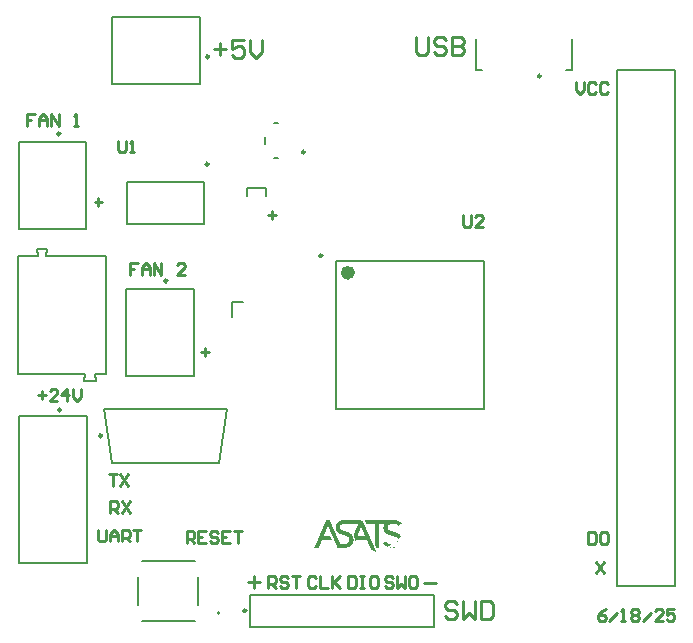
<source format=gbr>
%TF.GenerationSoftware,Altium Limited,Altium Designer,25.5.2 (35)*%
G04 Layer_Color=65535*
%FSLAX45Y45*%
%MOMM*%
%TF.SameCoordinates,99CC5E96-0F24-47E5-947C-7A4A978C6F15*%
%TF.FilePolarity,Positive*%
%TF.FileFunction,Legend,Top*%
%TF.Part,Single*%
G01*
G75*
%TA.AperFunction,NonConductor*%
%ADD49C,0.60000*%
%ADD50C,0.25000*%
%ADD51C,0.20000*%
%ADD52C,0.12700*%
%ADD53C,0.25400*%
G36*
X9208984Y6475117D02*
X9219141D01*
Y6474102D01*
X9224219D01*
Y6473086D01*
X9228281D01*
Y6472070D01*
X9231328D01*
Y6471055D01*
X9233359D01*
Y6470039D01*
X9236406D01*
Y6469023D01*
X9238437D01*
Y6468008D01*
X9240469D01*
Y6466992D01*
X9242500D01*
Y6465976D01*
X9244531D01*
Y6464961D01*
X9245547D01*
Y6463945D01*
X9247578D01*
Y6462930D01*
X9248594D01*
Y6461914D01*
X9250625D01*
Y6460898D01*
X9251641D01*
Y6459883D01*
X9252656D01*
Y6458867D01*
X9254687D01*
Y6457851D01*
X9255703D01*
Y6456836D01*
X9256719D01*
Y6455820D01*
X9257734D01*
Y6454805D01*
X9258750D01*
Y6453789D01*
X9259766D01*
Y6452773D01*
X9260781D01*
Y6451758D01*
X9261797D01*
Y6450742D01*
X9262813D01*
Y6448711D01*
X9263828D01*
Y6447695D01*
X9264844D01*
Y6446680D01*
X9263828D01*
Y6445664D01*
X9262813D01*
Y6444648D01*
X9260781D01*
Y6443633D01*
X9259766D01*
Y6442617D01*
X9258750D01*
Y6441602D01*
X9257734D01*
Y6440586D01*
X9255703D01*
Y6439570D01*
X9254687D01*
Y6438555D01*
X9253672D01*
Y6437539D01*
X9251641D01*
Y6436523D01*
X9250625D01*
Y6435508D01*
X9249609D01*
Y6434492D01*
X9248594D01*
Y6433477D01*
X9246562D01*
Y6432461D01*
X9245547D01*
Y6431445D01*
X9244531D01*
Y6430430D01*
X9242500D01*
Y6429414D01*
X9241484D01*
Y6428398D01*
X9240469D01*
Y6427383D01*
X9238437D01*
Y6428398D01*
X9237422D01*
Y6429414D01*
X9236406D01*
Y6430430D01*
X9235390D01*
Y6431445D01*
X9234375D01*
Y6432461D01*
X9233359D01*
Y6433477D01*
X9232344D01*
Y6434492D01*
X9231328D01*
Y6435508D01*
X9229297D01*
Y6436523D01*
X9228281D01*
Y6437539D01*
X9226250D01*
Y6438555D01*
X9224219D01*
Y6439570D01*
X9221172D01*
Y6440586D01*
X9218125D01*
Y6441602D01*
X9213047D01*
Y6442617D01*
X9174453D01*
Y6441602D01*
X9169375D01*
Y6440586D01*
X9166328D01*
Y6439570D01*
X9164297D01*
Y6438555D01*
X9162266D01*
Y6437539D01*
X9160234D01*
Y6436523D01*
X9159219D01*
Y6435508D01*
X9158203D01*
Y6434492D01*
X9157187D01*
Y6433477D01*
X9156172D01*
Y6432461D01*
X9155156D01*
Y6431445D01*
X9154141D01*
Y6430430D01*
X9153125D01*
Y6428398D01*
X9152109D01*
Y6427383D01*
X9151094D01*
Y6424336D01*
X9150078D01*
Y6422305D01*
X9149062D01*
Y6418242D01*
X9148047D01*
Y6404024D01*
X9149062D01*
Y6400977D01*
X9150078D01*
Y6398945D01*
X9151094D01*
Y6397930D01*
X9152109D01*
Y6395898D01*
X9153125D01*
Y6394883D01*
X9154141D01*
Y6393867D01*
X9156172D01*
Y6392852D01*
X9157187D01*
Y6391836D01*
X9158203D01*
Y6390820D01*
X9160234D01*
Y6389805D01*
X9162266D01*
Y6388789D01*
X9164297D01*
Y6387773D01*
X9167344D01*
Y6386758D01*
X9170391D01*
Y6385742D01*
X9173438D01*
Y6384727D01*
X9176484D01*
Y6383711D01*
X9179531D01*
Y6382695D01*
X9182578D01*
Y6381680D01*
X9185625D01*
Y6380664D01*
X9188672D01*
Y6379648D01*
X9192734D01*
Y6378633D01*
X9195781D01*
Y6377617D01*
X9198828D01*
Y6376601D01*
X9201875D01*
Y6375586D01*
X9204922D01*
Y6374570D01*
X9207969D01*
Y6373555D01*
X9211016D01*
Y6372539D01*
X9214063D01*
Y6371523D01*
X9217109D01*
Y6370508D01*
X9220156D01*
Y6369492D01*
X9223203D01*
Y6368476D01*
X9225234D01*
Y6367461D01*
X9228281D01*
Y6366445D01*
X9231328D01*
Y6365430D01*
X9233359D01*
Y6364414D01*
X9235390D01*
Y6363398D01*
X9237422D01*
Y6362383D01*
X9239453D01*
Y6361367D01*
X9241484D01*
Y6360352D01*
X9242500D01*
Y6359336D01*
X9244531D01*
Y6358320D01*
X9246562D01*
Y6357305D01*
X9247578D01*
Y6356289D01*
X9248594D01*
Y6355273D01*
X9249609D01*
Y6354258D01*
X9251641D01*
Y6353242D01*
X9252656D01*
Y6352227D01*
X9253672D01*
Y6351211D01*
X9254687D01*
Y6350195D01*
X9255703D01*
Y6348164D01*
X9256719D01*
Y6347148D01*
D01*
D01*
X9257734D01*
Y6346133D01*
X9258750D01*
Y6345117D01*
X9259766D01*
Y6343086D01*
X9260781D01*
Y6342070D01*
X9261797D01*
Y6340039D01*
X9262813D01*
Y6338008D01*
X9263828D01*
Y6335976D01*
X9264844D01*
Y6332930D01*
X9265859D01*
Y6329883D01*
X9266875D01*
Y6326836D01*
X9267891D01*
Y6320742D01*
X9268906D01*
Y6304492D01*
X9267891D01*
Y6298398D01*
X9266875D01*
Y6293320D01*
X9265859D01*
Y6290273D01*
X9264844D01*
Y6287226D01*
X9263828D01*
Y6285195D01*
X9262813D01*
Y6288242D01*
X9263828D01*
Y6291289D01*
X9264844D01*
Y6294336D01*
X9265859D01*
Y6299414D01*
X9266875D01*
Y6305508D01*
X9267891D01*
Y6318711D01*
X9266875D01*
Y6324805D01*
X9265859D01*
Y6328867D01*
X9264844D01*
Y6331914D01*
X9263828D01*
Y6329883D01*
X9261797D01*
Y6330898D01*
X9262813D01*
Y6331914D01*
X9261797D01*
Y6332930D01*
X9260781D01*
Y6333945D01*
X9262813D01*
Y6332930D01*
X9263828D01*
Y6334961D01*
X9262813D01*
Y6336992D01*
X9261797D01*
Y6339023D01*
X9260781D01*
Y6336992D01*
X9261797D01*
Y6334961D01*
X9259766D01*
Y6332930D01*
X9257734D01*
Y6331914D01*
X9254687D01*
Y6330898D01*
X9253672D01*
Y6329883D01*
X9252656D01*
Y6330898D01*
X9251641D01*
Y6329883D01*
X9252656D01*
Y6328867D01*
X9255703D01*
Y6326836D01*
X9256719D01*
Y6325820D01*
X9255703D01*
Y6326836D01*
X9253672D01*
Y6325820D01*
X9252656D01*
Y6326836D01*
X9251641D01*
Y6327851D01*
X9249609D01*
Y6324805D01*
X9248594D01*
Y6323789D01*
X9247578D01*
Y6322773D01*
X9246562D01*
Y6321758D01*
X9243516D01*
Y6316680D01*
X9242500D01*
Y6317695D01*
X9241484D01*
Y6316680D01*
X9242500D01*
Y6314648D01*
X9241484D01*
Y6315664D01*
X9240469D01*
Y6314648D01*
X9239453D01*
Y6315664D01*
X9238437D01*
Y6314648D01*
X9239453D01*
Y6313633D01*
X9238437D01*
Y6314648D01*
X9237422D01*
Y6313633D01*
X9238437D01*
Y6310586D01*
X9237422D01*
Y6308555D01*
X9236406D01*
Y6315664D01*
X9235390D01*
Y6318711D01*
X9234375D01*
Y6315664D01*
X9235390D01*
Y6304492D01*
X9237422D01*
Y6305508D01*
X9236406D01*
Y6307539D01*
X9237422D01*
Y6306523D01*
X9238437D01*
Y6303477D01*
X9236406D01*
Y6301445D01*
X9235390D01*
Y6304492D01*
X9234375D01*
Y6300430D01*
X9233359D01*
Y6297383D01*
X9232344D01*
Y6295351D01*
X9231328D01*
Y6293320D01*
X9230313D01*
Y6292305D01*
X9229297D01*
Y6294336D01*
X9230313D01*
Y6296367D01*
X9231328D01*
Y6298398D01*
X9232344D01*
Y6301445D01*
X9233359D01*
Y6307539D01*
X9234375D01*
Y6313633D01*
X9233359D01*
Y6317695D01*
X9232344D01*
Y6320742D01*
X9231328D01*
Y6322773D01*
X9230313D01*
Y6323789D01*
X9229297D01*
Y6325820D01*
X9228281D01*
Y6326836D01*
X9227266D01*
Y6327851D01*
X9225234D01*
Y6328867D01*
X9224219D01*
Y6329883D01*
X9222188D01*
Y6330898D01*
X9221172D01*
Y6331914D01*
X9218125D01*
Y6332930D01*
X9216094D01*
Y6333945D01*
X9213047D01*
Y6334961D01*
X9210000D01*
Y6335976D01*
X9206953D01*
Y6336992D01*
X9203906D01*
Y6338008D01*
X9200859D01*
Y6339023D01*
X9197812D01*
Y6340039D01*
X9194766D01*
Y6341055D01*
X9191719D01*
Y6342070D01*
X9188672D01*
Y6343086D01*
X9185625D01*
Y6344102D01*
X9182578D01*
Y6345117D01*
X9179531D01*
Y6346133D01*
X9175469D01*
Y6347148D01*
X9172422D01*
Y6348164D01*
X9169375D01*
Y6349180D01*
X9167344D01*
Y6350195D01*
X9164297D01*
Y6351211D01*
X9161250D01*
Y6352227D01*
X9158203D01*
Y6353242D01*
X9156172D01*
Y6354258D01*
X9153125D01*
Y6355273D01*
X9151094D01*
Y6356289D01*
X9148047D01*
Y6357305D01*
X9146015D01*
Y6358320D01*
X9143984D01*
Y6359336D01*
X9141953D01*
Y6360352D01*
X9140938D01*
Y6361367D01*
X9138906D01*
Y6362383D01*
X9136875D01*
Y6363398D01*
X9135859D01*
Y6364414D01*
X9133828D01*
Y6365430D01*
X9132813D01*
Y6366445D01*
X9130781D01*
Y6367461D01*
X9129766D01*
Y6368476D01*
X9128750D01*
Y6369492D01*
X9127734D01*
Y6370508D01*
X9126719D01*
Y6371523D01*
X9125703D01*
Y6372539D01*
X9124687D01*
Y6373555D01*
X9123672D01*
Y6374570D01*
X9122656D01*
Y6375586D01*
X9121641D01*
Y6377617D01*
X9120625D01*
Y6378633D01*
X9119609D01*
Y6380664D01*
X9118594D01*
Y6381680D01*
X9117578D01*
Y6383711D01*
X9116562D01*
Y6385742D01*
X9115547D01*
Y6388789D01*
X9114531D01*
Y6390820D01*
X9113516D01*
Y6394883D01*
X9112500D01*
Y6400977D01*
X9111484D01*
Y6417226D01*
X9112500D01*
Y6423320D01*
X9113516D01*
Y6428398D01*
X9114531D01*
Y6431445D01*
X9115547D01*
Y6434492D01*
X9116562D01*
Y6437539D01*
X9117578D01*
Y6439570D01*
X9118594D01*
Y6441602D01*
X9071875D01*
Y6242539D01*
X9049531D01*
Y6245586D01*
X9048516D01*
Y6247617D01*
X9047500D01*
Y6249648D01*
X9046484D01*
Y6251680D01*
X9045469D01*
Y6253711D01*
X9044453D01*
Y6255742D01*
X9043438D01*
Y6257773D01*
X9042422D01*
Y6260820D01*
X9041406D01*
Y6262852D01*
X9040391D01*
Y6265898D01*
X9039375D01*
Y6269961D01*
X9038359D01*
Y6275039D01*
X9037344D01*
Y6303477D01*
Y6304492D01*
Y6441602D01*
X8967266D01*
Y6443633D01*
X8966250D01*
Y6445664D01*
X8965234D01*
Y6447695D01*
X8964219D01*
Y6449726D01*
X8963203D01*
Y6451758D01*
X8962188D01*
Y6453789D01*
X8961172D01*
Y6455820D01*
X8960156D01*
Y6457851D01*
X8959141D01*
Y6459883D01*
X8958125D01*
Y6462930D01*
X8957109D01*
Y6464961D01*
X8956094D01*
Y6466992D01*
X8955078D01*
Y6469023D01*
X8954063D01*
Y6470039D01*
X8953047D01*
Y6472070D01*
X8952031D01*
Y6474102D01*
X8951016D01*
Y6475117D01*
X8950000D01*
Y6476133D01*
X9208984D01*
Y6475117D01*
D02*
G37*
G36*
X9260781Y6330898D02*
X9258750D01*
Y6331914D01*
X9260781D01*
Y6330898D01*
D02*
G37*
G36*
X9256719Y6329883D02*
X9255703D01*
Y6330898D01*
X9256719D01*
Y6329883D01*
D02*
G37*
G36*
X9264844Y6327851D02*
Y6326836D01*
X9262813D01*
Y6327851D01*
X9263828D01*
Y6328867D01*
X9264844D01*
Y6327851D01*
D02*
G37*
G36*
X9251641Y6325820D02*
Y6324805D01*
Y6322773D01*
X9250625D01*
Y6326836D01*
X9251641D01*
Y6325820D01*
D02*
G37*
G36*
X9265859Y6321758D02*
X9264844D01*
Y6322773D01*
X9265859D01*
Y6321758D01*
D02*
G37*
G36*
X9250625D02*
X9249609D01*
Y6322773D01*
X9250625D01*
Y6321758D01*
D02*
G37*
G36*
X9249609Y6320742D02*
X9248594D01*
Y6321758D01*
X9249609D01*
Y6320742D01*
D02*
G37*
G36*
X9247578Y6319727D02*
X9246562D01*
Y6318711D01*
X9245547D01*
Y6319727D01*
X9244531D01*
Y6320742D01*
X9247578D01*
Y6319727D01*
D02*
G37*
G36*
X9249609Y6317695D02*
X9248594D01*
Y6318711D01*
X9249609D01*
Y6317695D01*
D02*
G37*
G36*
X9247578Y6316680D02*
X9246562D01*
Y6317695D01*
X9247578D01*
Y6316680D01*
D02*
G37*
G36*
X9240469Y6307539D02*
X9239453D01*
Y6308555D01*
X9240469D01*
Y6307539D01*
D02*
G37*
G36*
X9229297Y6290273D02*
X9228281D01*
Y6289258D01*
X9227266D01*
Y6288242D01*
X9226250D01*
Y6290273D01*
X9227266D01*
Y6291289D01*
X9228281D01*
Y6292305D01*
X9229297D01*
Y6290273D01*
D02*
G37*
G36*
X9226250Y6287226D02*
X9225234D01*
Y6288242D01*
X9226250D01*
Y6287226D01*
D02*
G37*
G36*
X9225234Y6286211D02*
X9224219D01*
Y6287226D01*
X9225234D01*
Y6286211D01*
D02*
G37*
G36*
X9262813Y6283164D02*
X9261797D01*
Y6285195D01*
X9262813D01*
Y6283164D01*
D02*
G37*
G36*
X9261797Y6281133D02*
X9260781D01*
Y6283164D01*
X9261797D01*
Y6281133D01*
D02*
G37*
G36*
X9224219Y6285195D02*
X9223203D01*
Y6284180D01*
X9222188D01*
Y6283164D01*
X9221172D01*
Y6282148D01*
X9219141D01*
Y6281133D01*
X9220156D01*
Y6280117D01*
X9219141D01*
Y6281133D01*
X9217109D01*
Y6282148D01*
X9218125D01*
Y6283164D01*
X9220156D01*
Y6284180D01*
X9221172D01*
Y6285195D01*
X9222188D01*
Y6286211D01*
X9224219D01*
Y6285195D01*
D02*
G37*
G36*
X9217109Y6280117D02*
X9215078D01*
Y6281133D01*
X9217109D01*
Y6280117D01*
D02*
G37*
G36*
X9260781Y6279101D02*
X9259766D01*
Y6281133D01*
X9260781D01*
Y6279101D01*
D02*
G37*
G36*
X9215078D02*
X9213047D01*
Y6280117D01*
X9215078D01*
Y6279101D01*
D02*
G37*
G36*
X8915469Y6475117D02*
X8920547D01*
Y6474102D01*
X8923594D01*
Y6473086D01*
X8925625D01*
Y6472070D01*
X8927656D01*
Y6471055D01*
X8928672D01*
Y6470039D01*
X8930703D01*
Y6469023D01*
X8931719D01*
Y6468008D01*
X8932734D01*
Y6466992D01*
X8933750D01*
Y6465976D01*
X8934766D01*
Y6464961D01*
X8935781D01*
Y6463945D01*
X8936797D01*
Y6462930D01*
X8937812D01*
Y6461914D01*
X8938828D01*
Y6460898D01*
X8939844D01*
Y6458867D01*
X8940859D01*
Y6456836D01*
X8941875D01*
Y6454805D01*
X8942891D01*
Y6452773D01*
X8943906D01*
Y6450742D01*
X8944922D01*
Y6447695D01*
X8945937D01*
Y6445664D01*
X8946953D01*
Y6443633D01*
X8947969D01*
Y6441602D01*
X8948984D01*
Y6438555D01*
X8950000D01*
Y6436523D01*
X8951016D01*
Y6434492D01*
X8952031D01*
Y6432461D01*
X8953047D01*
Y6429414D01*
X8954063D01*
Y6427383D01*
X8955078D01*
Y6425351D01*
X8956094D01*
Y6422305D01*
X8957109D01*
Y6420273D01*
X8958125D01*
Y6418242D01*
X8959141D01*
Y6416211D01*
X8960156D01*
Y6413164D01*
X8961172D01*
Y6411133D01*
X8962188D01*
Y6409101D01*
X8963203D01*
Y6407070D01*
X8964219D01*
Y6404024D01*
X8965234D01*
Y6401992D01*
X8966250D01*
Y6399961D01*
X8967266D01*
Y6397930D01*
X8968281D01*
Y6394883D01*
X8969297D01*
Y6392852D01*
X8970313D01*
Y6390820D01*
X8971328D01*
Y6388789D01*
X8972344D01*
Y6385742D01*
X8973359D01*
Y6383711D01*
X8974375D01*
Y6381680D01*
X8975390D01*
Y6379648D01*
X8976406D01*
Y6376601D01*
X8977422D01*
Y6374570D01*
X8978437D01*
Y6372539D01*
X8979453D01*
Y6370508D01*
X8980469D01*
Y6367461D01*
X8981484D01*
Y6365430D01*
X8982500D01*
Y6363398D01*
X8983516D01*
Y6360352D01*
X8984531D01*
Y6358320D01*
X8985547D01*
Y6356289D01*
X8986562D01*
Y6354258D01*
X8987578D01*
Y6352227D01*
X8988594D01*
Y6349180D01*
X8989609D01*
Y6347148D01*
X8990625D01*
Y6345117D01*
X8991641D01*
Y6342070D01*
X8992656D01*
Y6340039D01*
X8993672D01*
Y6338008D01*
X8994687D01*
Y6335976D01*
X8995703D01*
Y6332930D01*
X8996719D01*
Y6330898D01*
X8997734D01*
Y6328867D01*
X8998750D01*
Y6326836D01*
X8999766D01*
Y6323789D01*
X9000781D01*
Y6321758D01*
X9001797D01*
Y6319727D01*
X9002813D01*
Y6317695D01*
X9003828D01*
Y6314648D01*
X9004844D01*
Y6312617D01*
X9005859D01*
Y6310586D01*
X9006875D01*
Y6308555D01*
X9007891D01*
Y6305508D01*
X9008906D01*
Y6303477D01*
X9009922D01*
Y6301445D01*
X9010938D01*
Y6299414D01*
X9011953D01*
Y6296367D01*
X9012969D01*
Y6294336D01*
X9013984D01*
Y6292305D01*
X9015000D01*
Y6289258D01*
X9016015D01*
Y6287226D01*
X9017031D01*
Y6285195D01*
X9018047D01*
Y6283164D01*
X9019062D01*
Y6280117D01*
X9020078D01*
Y6278086D01*
X9021094D01*
Y6276055D01*
X9022109D01*
Y6274024D01*
X9023125D01*
Y6270977D01*
X9024141D01*
Y6268945D01*
X9025156D01*
Y6266914D01*
X9026172D01*
Y6263867D01*
X9027187D01*
Y6261836D01*
X9028203D01*
Y6259805D01*
X9029219D01*
Y6257773D01*
X9030234D01*
Y6254727D01*
X9031250D01*
Y6252695D01*
X9032266D01*
Y6250664D01*
X9033281D01*
Y6248633D01*
X9034297D01*
Y6245586D01*
X9035312D01*
Y6243555D01*
X9036328D01*
Y6241523D01*
X9037344D01*
Y6238476D01*
X9038359D01*
Y6236445D01*
X9039375D01*
Y6234414D01*
X9040391D01*
Y6232383D01*
X9041406D01*
Y6229336D01*
X9042422D01*
Y6227305D01*
X9043438D01*
Y6225273D01*
X9044453D01*
Y6223242D01*
X9045469D01*
Y6220195D01*
X9046484D01*
Y6218164D01*
X9047500D01*
Y6216133D01*
X9048516D01*
Y6214102D01*
X9049531D01*
Y6211055D01*
X9050547D01*
Y6209023D01*
X9051563D01*
Y6206992D01*
X9048516D01*
Y6208008D01*
X9044453D01*
Y6209023D01*
X9041406D01*
Y6210039D01*
X9038359D01*
Y6211055D01*
X9035312D01*
Y6212070D01*
X9033281D01*
Y6213086D01*
X9030234D01*
Y6214102D01*
X9028203D01*
Y6215117D01*
X9026172D01*
Y6216133D01*
X9024141D01*
Y6217148D01*
X9023125D01*
Y6218164D01*
X9021094D01*
Y6219180D01*
X9020078D01*
Y6220195D01*
X9018047D01*
Y6221211D01*
X9017031D01*
Y6222227D01*
X9015000D01*
Y6223242D01*
X9013984D01*
Y6224258D01*
X9012969D01*
Y6225273D01*
X9011953D01*
Y6226289D01*
X9010938D01*
Y6227305D01*
X9009922D01*
Y6228320D01*
X9008906D01*
Y6229336D01*
X9007891D01*
Y6231367D01*
X9006875D01*
Y6232383D01*
X9005859D01*
Y6234414D01*
X9004844D01*
Y6235430D01*
X9003828D01*
Y6237461D01*
X9002813D01*
Y6239492D01*
X9001797D01*
Y6242539D01*
X9000781D01*
Y6244570D01*
X8999766D01*
Y6246601D01*
X8998750D01*
Y6248633D01*
X8997734D01*
Y6251680D01*
X8996719D01*
Y6253711D01*
X8995703D01*
Y6255742D01*
X8994687D01*
Y6257773D01*
X8993672D01*
Y6260820D01*
X8992656D01*
Y6262852D01*
X8991641D01*
Y6264883D01*
X8990625D01*
Y6266914D01*
X8989609D01*
Y6269961D01*
X8988594D01*
Y6271992D01*
X8987578D01*
Y6274024D01*
X8986562D01*
Y6276055D01*
X8985547D01*
Y6278086D01*
X8984531D01*
Y6281133D01*
X8983516D01*
Y6283164D01*
X8982500D01*
Y6285195D01*
X8981484D01*
Y6287226D01*
X8980469D01*
Y6290273D01*
X8979453D01*
Y6292305D01*
X8978437D01*
Y6294336D01*
X8977422D01*
Y6296367D01*
X8976406D01*
Y6299414D01*
X8975390D01*
Y6301445D01*
X8974375D01*
Y6303477D01*
X8973359D01*
Y6305508D01*
X8972344D01*
Y6308555D01*
X8877891D01*
Y6306523D01*
X8876875D01*
Y6305508D01*
X8875859D01*
Y6303477D01*
X8874844D01*
Y6302461D01*
X8873828D01*
Y6300430D01*
X8872813D01*
Y6299414D01*
X8871797D01*
Y6297383D01*
X8870781D01*
Y6296367D01*
X8869766D01*
Y6294336D01*
X8868750D01*
Y6292305D01*
X8867734D01*
Y6297383D01*
X8868750D01*
Y6318711D01*
X8867734D01*
Y6325820D01*
X8866719D01*
Y6329883D01*
X8865703D01*
Y6333945D01*
X8864687D01*
Y6336992D01*
X8863672D01*
Y6340039D01*
X8862656D01*
Y6342070D01*
X8861641D01*
Y6345117D01*
X8860625D01*
Y6347148D01*
X8859609D01*
Y6349180D01*
X8858594D01*
Y6351211D01*
X8859609D01*
Y6354258D01*
X8860625D01*
Y6356289D01*
X8861641D01*
Y6358320D01*
X8862656D01*
Y6361367D01*
X8863672D01*
Y6363398D01*
X8864687D01*
Y6365430D01*
X8865703D01*
Y6368476D01*
X8866719D01*
Y6370508D01*
X8867734D01*
Y6372539D01*
X8868750D01*
Y6375586D01*
X8869766D01*
Y6377617D01*
X8870781D01*
Y6379648D01*
X8871797D01*
Y6382695D01*
X8872813D01*
Y6384727D01*
X8873828D01*
Y6386758D01*
X8874844D01*
Y6389805D01*
X8875859D01*
Y6391836D01*
X8876875D01*
Y6393867D01*
X8877891D01*
Y6396914D01*
X8878906D01*
Y6398945D01*
X8879922D01*
Y6400977D01*
X8880938D01*
Y6404024D01*
X8881953D01*
Y6406055D01*
X8882969D01*
Y6408086D01*
X8883984D01*
Y6411133D01*
X8885000D01*
Y6413164D01*
X8886016D01*
Y6415195D01*
X8887031D01*
Y6418242D01*
X8888047D01*
Y6420273D01*
X8889062D01*
Y6422305D01*
X8890078D01*
Y6425351D01*
X8891094D01*
Y6427383D01*
X8892109D01*
Y6429414D01*
X8893125D01*
Y6432461D01*
X8894141D01*
Y6434492D01*
X8895156D01*
Y6436523D01*
X8896172D01*
Y6440586D01*
X8895156D01*
Y6441602D01*
X8767187D01*
Y6440586D01*
X8762109D01*
Y6439570D01*
X8759062D01*
Y6438555D01*
X8757031D01*
Y6437539D01*
X8755000D01*
Y6436523D01*
X8752969D01*
Y6435508D01*
X8751953D01*
Y6434492D01*
X8750938D01*
Y6433477D01*
X8749922D01*
Y6432461D01*
X8748906D01*
Y6431445D01*
X8747891D01*
Y6430430D01*
X8746875D01*
Y6429414D01*
X8745859D01*
Y6427383D01*
X8744844D01*
Y6425351D01*
X8743828D01*
Y6423320D01*
X8742813D01*
Y6421289D01*
X8741797D01*
Y6417226D01*
X8740781D01*
Y6412148D01*
X8741797D01*
Y6407070D01*
X8742813D01*
Y6405039D01*
X8743828D01*
Y6403008D01*
X8744844D01*
Y6400977D01*
X8745859D01*
Y6399961D01*
X8746875D01*
Y6398945D01*
X8747891D01*
Y6397930D01*
X8748906D01*
Y6396914D01*
X8749922D01*
Y6395898D01*
X8750938D01*
Y6394883D01*
X8752969D01*
Y6393867D01*
X8753984D01*
Y6392852D01*
X8756016D01*
Y6391836D01*
X8759062D01*
Y6390820D01*
X8762109D01*
Y6389805D01*
X8765156D01*
Y6388789D01*
X8768203D01*
Y6387773D01*
X8771250D01*
Y6386758D01*
X8774297D01*
Y6385742D01*
X8777344D01*
Y6384727D01*
X8780391D01*
Y6383711D01*
X8783438D01*
Y6382695D01*
X8786484D01*
Y6381680D01*
X8789531D01*
Y6380664D01*
X8792578D01*
Y6379648D01*
X8795625D01*
Y6378633D01*
X8798672D01*
Y6377617D01*
X8801719D01*
Y6376601D01*
X8803750D01*
Y6375586D01*
X8806797D01*
Y6374570D01*
X8809844D01*
Y6373555D01*
X8811875D01*
Y6372539D01*
X8814922D01*
Y6371523D01*
X8816953D01*
Y6370508D01*
X8820000D01*
Y6369492D01*
X8822031D01*
Y6368476D01*
X8824063D01*
Y6367461D01*
X8826094D01*
Y6366445D01*
X8828125D01*
Y6365430D01*
X8829141D01*
Y6364414D01*
X8831172D01*
Y6363398D01*
X8832188D01*
Y6362383D01*
X8834219D01*
Y6361367D01*
X8835234D01*
Y6360352D01*
X8837266D01*
Y6359336D01*
X8838281D01*
Y6358320D01*
X8839297D01*
Y6357305D01*
X8840313D01*
Y6356289D01*
X8841328D01*
Y6355273D01*
X8842344D01*
Y6354258D01*
X8843359D01*
Y6353242D01*
X8844375D01*
Y6351211D01*
X8845390D01*
Y6350195D01*
X8846406D01*
Y6349180D01*
X8847422D01*
Y6347148D01*
X8848437D01*
Y6346133D01*
X8849453D01*
Y6344102D01*
X8850469D01*
Y6342070D01*
X8851484D01*
Y6340039D01*
X8852500D01*
Y6336992D01*
X8853516D01*
Y6333945D01*
X8854531D01*
Y6330898D01*
X8855547D01*
Y6327851D01*
X8856562D01*
Y6322773D01*
X8857578D01*
Y6315664D01*
X8858594D01*
Y6300430D01*
X8857578D01*
Y6294336D01*
X8856562D01*
Y6290273D01*
X8855547D01*
Y6286211D01*
X8854531D01*
Y6284180D01*
X8853516D01*
Y6281133D01*
X8852500D01*
Y6279101D01*
X8851484D01*
Y6277070D01*
X8850469D01*
Y6276055D01*
X8849453D01*
Y6274024D01*
X8848437D01*
Y6271992D01*
X8847422D01*
Y6270977D01*
X8846406D01*
Y6269961D01*
X8845390D01*
Y6267930D01*
X8844375D01*
Y6266914D01*
X8843359D01*
Y6265898D01*
X8842344D01*
Y6264883D01*
X8841328D01*
Y6263867D01*
X8840313D01*
Y6262852D01*
X8839297D01*
Y6261836D01*
X8838281D01*
Y6260820D01*
X8837266D01*
Y6259805D01*
X8836250D01*
Y6258789D01*
X8835234D01*
Y6257773D01*
X8833203D01*
Y6256758D01*
X8832188D01*
Y6255742D01*
X8830156D01*
Y6254727D01*
X8829141D01*
Y6253711D01*
X8827109D01*
Y6252695D01*
X8825078D01*
Y6251680D01*
X8823047D01*
Y6250664D01*
X8821016D01*
Y6249648D01*
X8818984D01*
Y6248633D01*
X8815937D01*
Y6247617D01*
X8813906D01*
Y6246601D01*
X8809844D01*
Y6245586D01*
X8805781D01*
Y6244570D01*
X8800703D01*
Y6243555D01*
X8793594D01*
Y6242539D01*
X8723516D01*
Y6243555D01*
X8722500D01*
Y6244570D01*
X8721484D01*
Y6245586D01*
X8720469D01*
Y6248633D01*
X8719453D01*
Y6250664D01*
X8718437D01*
Y6252695D01*
X8717422D01*
Y6255742D01*
X8716406D01*
Y6257773D01*
X8715390D01*
Y6259805D01*
X8714375D01*
Y6262852D01*
X8713359D01*
Y6264883D01*
X8712344D01*
Y6266914D01*
X8711328D01*
Y6268945D01*
X8710313D01*
Y6271992D01*
X8709297D01*
Y6274024D01*
X8708281D01*
Y6276055D01*
X8707266D01*
Y6279101D01*
X8706250D01*
Y6281133D01*
X8705234D01*
Y6283164D01*
X8704219D01*
Y6285195D01*
X8703203D01*
Y6288242D01*
X8702188D01*
Y6290273D01*
X8701172D01*
Y6292305D01*
X8700156D01*
Y6295351D01*
X8699141D01*
Y6297383D01*
X8698125D01*
Y6299414D01*
X8697109D01*
Y6302461D01*
X8696094D01*
Y6304492D01*
X8695078D01*
Y6306523D01*
X8694063D01*
Y6308555D01*
X8693047D01*
Y6311602D01*
X8692031D01*
Y6313633D01*
X8691016D01*
Y6315664D01*
X8690000D01*
Y6318711D01*
X8688984D01*
Y6320742D01*
X8687969D01*
Y6322773D01*
X8686953D01*
Y6324805D01*
X8685937D01*
Y6327851D01*
X8684922D01*
Y6329883D01*
X8683906D01*
Y6331914D01*
X8682891D01*
Y6334961D01*
X8681875D01*
Y6336992D01*
X8680859D01*
Y6339023D01*
X8679844D01*
Y6342070D01*
X8678828D01*
Y6344102D01*
X8677812D01*
Y6346133D01*
X8676797D01*
Y6348164D01*
X8675781D01*
Y6351211D01*
X8674766D01*
Y6353242D01*
X8673750D01*
Y6355273D01*
X8672734D01*
Y6358320D01*
X8671719D01*
Y6360352D01*
X8670703D01*
Y6362383D01*
X8669688D01*
Y6365430D01*
X8668672D01*
Y6367461D01*
X8667656D01*
Y6369492D01*
X8666641D01*
Y6372539D01*
X8665625D01*
Y6374570D01*
X8664609D01*
Y6376601D01*
X8663594D01*
Y6379648D01*
X8662578D01*
Y6381680D01*
X8661563D01*
Y6383711D01*
X8660547D01*
Y6385742D01*
X8659531D01*
Y6388789D01*
X8658516D01*
Y6390820D01*
X8657500D01*
Y6392852D01*
X8656484D01*
Y6395898D01*
X8655469D01*
Y6397930D01*
X8654453D01*
Y6399961D01*
X8653438D01*
Y6403008D01*
X8652422D01*
Y6405039D01*
X8651406D01*
Y6407070D01*
X8650391D01*
Y6410117D01*
X8649375D01*
Y6412148D01*
X8648359D01*
Y6414180D01*
X8647344D01*
Y6417226D01*
X8646328D01*
Y6419258D01*
X8645312D01*
Y6421289D01*
X8644297D01*
Y6423320D01*
X8643281D01*
Y6426367D01*
X8641250D01*
Y6424336D01*
X8640234D01*
Y6422305D01*
X8639219D01*
Y6419258D01*
X8638203D01*
Y6417226D01*
X8637187D01*
Y6415195D01*
X8636172D01*
Y6412148D01*
X8635156D01*
Y6410117D01*
X8634141D01*
Y6408086D01*
X8633125D01*
Y6405039D01*
X8632109D01*
Y6403008D01*
X8631094D01*
Y6399961D01*
X8630078D01*
Y6397930D01*
X8629062D01*
Y6395898D01*
X8628047D01*
Y6392852D01*
X8627031D01*
Y6390820D01*
X8626016D01*
Y6388789D01*
X8625000D01*
Y6385742D01*
X8623984D01*
Y6383711D01*
X8622969D01*
Y6381680D01*
X8621953D01*
Y6378633D01*
X8620938D01*
Y6376601D01*
X8619922D01*
Y6373555D01*
X8618906D01*
Y6371523D01*
X8617891D01*
Y6369492D01*
X8616875D01*
Y6366445D01*
X8615859D01*
Y6364414D01*
X8614844D01*
Y6362383D01*
X8613828D01*
Y6359336D01*
X8612813D01*
Y6357305D01*
X8611797D01*
Y6354258D01*
X8610781D01*
Y6352227D01*
X8609766D01*
Y6350195D01*
X8608750D01*
Y6347148D01*
X8607734D01*
Y6345117D01*
X8606719D01*
Y6343086D01*
X8605703D01*
Y6342070D01*
X8658516D01*
Y6341055D01*
X8659531D01*
Y6340039D01*
X8660547D01*
Y6338008D01*
X8661563D01*
Y6335976D01*
X8662578D01*
Y6333945D01*
X8663594D01*
Y6330898D01*
X8664609D01*
Y6328867D01*
X8665625D01*
Y6326836D01*
X8666641D01*
Y6323789D01*
X8667656D01*
Y6321758D01*
X8668672D01*
Y6319727D01*
X8669688D01*
Y6317695D01*
X8670703D01*
Y6314648D01*
X8671719D01*
Y6312617D01*
X8672734D01*
Y6310586D01*
X8673750D01*
Y6308555D01*
X8592500D01*
Y6307539D01*
X8591484D01*
Y6304492D01*
X8590469D01*
Y6302461D01*
X8589453D01*
Y6300430D01*
X8588437D01*
Y6297383D01*
X8587422D01*
Y6295351D01*
X8586406D01*
Y6292305D01*
X8585390D01*
Y6290273D01*
X8584375D01*
Y6287226D01*
X8583359D01*
Y6285195D01*
X8582344D01*
Y6283164D01*
X8581328D01*
Y6280117D01*
X8580313D01*
Y6278086D01*
X8579297D01*
Y6276055D01*
X8578281D01*
Y6273008D01*
X8577266D01*
Y6270977D01*
X8576250D01*
Y6268945D01*
X8575234D01*
Y6265898D01*
X8574219D01*
Y6263867D01*
X8573203D01*
Y6260820D01*
X8572188D01*
Y6258789D01*
X8571172D01*
Y6256758D01*
X8570156D01*
Y6253711D01*
X8569141D01*
Y6251680D01*
X8568125D01*
Y6249648D01*
X8567109D01*
Y6246601D01*
X8566094D01*
Y6244570D01*
X8565078D01*
Y6242539D01*
X8527500D01*
Y6244570D01*
X8528516D01*
Y6246601D01*
X8529531D01*
Y6248633D01*
X8530547D01*
Y6251680D01*
X8531563D01*
Y6253711D01*
X8532578D01*
Y6255742D01*
X8533594D01*
Y6258789D01*
X8534609D01*
Y6260820D01*
X8535625D01*
Y6262852D01*
X8536641D01*
Y6265898D01*
X8537656D01*
Y6267930D01*
X8538672D01*
Y6269961D01*
X8539688D01*
Y6273008D01*
X8540703D01*
Y6275039D01*
X8541719D01*
Y6277070D01*
X8542735D01*
Y6280117D01*
X8543750D01*
Y6282148D01*
X8544766D01*
Y6284180D01*
X8545781D01*
Y6287226D01*
X8546797D01*
Y6289258D01*
X8547812D01*
Y6291289D01*
X8548828D01*
Y6294336D01*
X8549844D01*
Y6296367D01*
X8550859D01*
Y6298398D01*
X8551875D01*
Y6301445D01*
X8552891D01*
Y6303477D01*
X8553906D01*
Y6305508D01*
X8554922D01*
Y6308555D01*
X8555937D01*
Y6310586D01*
X8556953D01*
Y6313633D01*
X8557969D01*
Y6315664D01*
X8558984D01*
Y6317695D01*
X8560000D01*
Y6320742D01*
X8561016D01*
Y6322773D01*
X8562031D01*
Y6324805D01*
X8563047D01*
Y6327851D01*
X8564063D01*
Y6329883D01*
X8565078D01*
Y6331914D01*
X8566094D01*
Y6334961D01*
X8567109D01*
Y6336992D01*
X8568125D01*
Y6339023D01*
X8569141D01*
Y6342070D01*
X8570156D01*
Y6344102D01*
X8571172D01*
Y6346133D01*
X8572188D01*
Y6349180D01*
X8573203D01*
Y6351211D01*
X8574219D01*
Y6353242D01*
X8575234D01*
Y6356289D01*
X8576250D01*
Y6358320D01*
X8577266D01*
Y6360352D01*
X8578281D01*
Y6363398D01*
X8579297D01*
Y6365430D01*
X8580313D01*
Y6367461D01*
X8581328D01*
Y6370508D01*
X8582344D01*
Y6372539D01*
X8583359D01*
Y6375586D01*
X8584375D01*
Y6377617D01*
X8585390D01*
Y6379648D01*
X8586406D01*
Y6382695D01*
X8587422D01*
Y6384727D01*
X8588437D01*
Y6386758D01*
X8589453D01*
Y6389805D01*
X8590469D01*
Y6391836D01*
X8591484D01*
Y6393867D01*
X8592500D01*
Y6396914D01*
X8593516D01*
Y6398945D01*
X8594531D01*
Y6400977D01*
X8595547D01*
Y6404024D01*
X8596562D01*
Y6406055D01*
X8597578D01*
Y6408086D01*
X8598594D01*
Y6411133D01*
X8599609D01*
Y6413164D01*
X8600625D01*
Y6415195D01*
X8601641D01*
Y6418242D01*
X8602656D01*
Y6420273D01*
X8603672D01*
Y6422305D01*
X8604687D01*
Y6425351D01*
X8605703D01*
Y6427383D01*
X8606719D01*
Y6430430D01*
X8607734D01*
Y6432461D01*
X8608750D01*
Y6434492D01*
X8609766D01*
Y6437539D01*
X8610781D01*
Y6439570D01*
X8611797D01*
Y6441602D01*
X8612813D01*
Y6444648D01*
X8613828D01*
Y6446680D01*
X8614844D01*
Y6448711D01*
X8615859D01*
Y6451758D01*
X8616875D01*
Y6453789D01*
X8617891D01*
Y6455820D01*
X8618906D01*
Y6458867D01*
X8619922D01*
Y6460898D01*
X8620938D01*
Y6462930D01*
X8621953D01*
Y6465976D01*
X8622969D01*
Y6468008D01*
X8623984D01*
Y6470039D01*
X8625000D01*
Y6473086D01*
X8626016D01*
Y6475117D01*
X8627031D01*
Y6476133D01*
X8651406D01*
Y6475117D01*
X8653438D01*
Y6474102D01*
X8655469D01*
Y6473086D01*
X8656484D01*
Y6472070D01*
X8657500D01*
Y6470039D01*
X8658516D01*
Y6469023D01*
X8659531D01*
Y6466992D01*
X8660547D01*
Y6464961D01*
X8661563D01*
Y6462930D01*
X8662578D01*
Y6459883D01*
X8663594D01*
Y6457851D01*
X8664609D01*
Y6455820D01*
X8665625D01*
Y6452773D01*
X8666641D01*
Y6450742D01*
X8667656D01*
Y6448711D01*
X8668672D01*
Y6446680D01*
X8669688D01*
Y6443633D01*
X8670703D01*
Y6441602D01*
X8671719D01*
Y6439570D01*
X8672734D01*
Y6437539D01*
X8673750D01*
Y6434492D01*
X8674766D01*
Y6432461D01*
X8675781D01*
Y6430430D01*
X8676797D01*
Y6428398D01*
X8677812D01*
Y6425351D01*
X8678828D01*
Y6423320D01*
X8679844D01*
Y6421289D01*
X8680859D01*
Y6419258D01*
X8681875D01*
Y6416211D01*
X8682891D01*
Y6414180D01*
X8683906D01*
Y6412148D01*
X8684922D01*
Y6409101D01*
X8685937D01*
Y6407070D01*
X8686953D01*
Y6405039D01*
X8687969D01*
Y6403008D01*
X8688984D01*
Y6399961D01*
X8690000D01*
Y6397930D01*
X8691016D01*
Y6395898D01*
X8692031D01*
Y6393867D01*
X8693047D01*
Y6390820D01*
X8694063D01*
Y6388789D01*
X8695078D01*
Y6386758D01*
X8696094D01*
Y6384727D01*
X8697109D01*
Y6381680D01*
X8698125D01*
Y6379648D01*
X8699141D01*
Y6377617D01*
X8700156D01*
Y6375586D01*
X8701172D01*
Y6372539D01*
X8702188D01*
Y6370508D01*
X8703203D01*
Y6368476D01*
X8704219D01*
Y6366445D01*
X8705234D01*
Y6363398D01*
X8706250D01*
Y6361367D01*
X8707266D01*
Y6359336D01*
X8708281D01*
Y6356289D01*
X8709297D01*
Y6354258D01*
X8710313D01*
Y6352227D01*
X8711328D01*
Y6350195D01*
X8712344D01*
Y6347148D01*
X8713359D01*
Y6345117D01*
X8714375D01*
Y6343086D01*
X8715390D01*
Y6341055D01*
X8716406D01*
Y6338008D01*
X8717422D01*
Y6335976D01*
X8718437D01*
Y6333945D01*
X8719453D01*
Y6331914D01*
X8720469D01*
Y6328867D01*
X8721484D01*
Y6326836D01*
X8722500D01*
Y6324805D01*
X8723516D01*
Y6322773D01*
X8724531D01*
Y6319727D01*
X8725547D01*
Y6317695D01*
X8726562D01*
Y6315664D01*
X8727578D01*
Y6312617D01*
X8728594D01*
Y6310586D01*
X8729609D01*
Y6308555D01*
X8730625D01*
Y6306523D01*
X8731641D01*
Y6303477D01*
X8732656D01*
Y6301445D01*
X8733672D01*
Y6299414D01*
X8734687D01*
Y6297383D01*
X8735703D01*
Y6294336D01*
X8736719D01*
Y6292305D01*
X8737734D01*
Y6290273D01*
X8738750D01*
Y6288242D01*
X8739766D01*
Y6285195D01*
X8740781D01*
Y6283164D01*
X8741797D01*
Y6281133D01*
X8742813D01*
Y6278086D01*
X8743828D01*
Y6276055D01*
X8794609D01*
Y6277070D01*
X8799688D01*
Y6278086D01*
X8802734D01*
Y6279101D01*
X8805781D01*
Y6280117D01*
X8807812D01*
Y6281133D01*
X8808828D01*
Y6282148D01*
X8810859D01*
Y6283164D01*
X8811875D01*
Y6284180D01*
X8812891D01*
Y6285195D01*
X8813906D01*
Y6286211D01*
X8814922D01*
Y6287226D01*
X8815937D01*
Y6288242D01*
X8816953D01*
Y6289258D01*
X8817969D01*
Y6291289D01*
X8818984D01*
Y6292305D01*
X8820000D01*
Y6294336D01*
X8821016D01*
Y6297383D01*
X8822031D01*
Y6301445D01*
X8823047D01*
Y6308555D01*
X8824063D01*
Y6312617D01*
X8823047D01*
Y6319727D01*
X8822031D01*
Y6322773D01*
X8821016D01*
Y6324805D01*
X8820000D01*
Y6326836D01*
X8818984D01*
Y6327851D01*
X8817969D01*
Y6329883D01*
X8816953D01*
Y6330898D01*
X8815937D01*
Y6331914D01*
X8814922D01*
Y6332930D01*
X8812891D01*
Y6333945D01*
X8811875D01*
Y6334961D01*
X8809844D01*
Y6335976D01*
X8807812D01*
Y6336992D01*
X8805781D01*
Y6338008D01*
X8803750D01*
Y6339023D01*
X8801719D01*
Y6340039D01*
X8798672D01*
Y6341055D01*
X8795625D01*
Y6342070D01*
X8793594D01*
Y6343086D01*
X8790547D01*
Y6344102D01*
X8787500D01*
Y6345117D01*
X8784453D01*
Y6346133D01*
X8781406D01*
Y6347148D01*
X8778359D01*
Y6348164D01*
X8776328D01*
Y6349180D01*
X8773281D01*
Y6350195D01*
X8770234D01*
Y6351211D01*
X8766172D01*
Y6352227D01*
X8763125D01*
Y6353242D01*
X8761094D01*
Y6354258D01*
X8758047D01*
Y6355273D01*
X8755000D01*
Y6356289D01*
X8751953D01*
Y6357305D01*
X8748906D01*
Y6358320D01*
X8746875D01*
Y6359336D01*
X8743828D01*
Y6360352D01*
X8741797D01*
Y6361367D01*
X8739766D01*
Y6362383D01*
X8737734D01*
Y6363398D01*
X8735703D01*
Y6364414D01*
X8733672D01*
Y6365430D01*
X8731641D01*
Y6366445D01*
X8730625D01*
Y6367461D01*
X8728594D01*
Y6368476D01*
X8727578D01*
Y6369492D01*
X8726562D01*
Y6370508D01*
X8724531D01*
Y6371523D01*
X8723516D01*
Y6372539D01*
X8722500D01*
Y6373555D01*
X8721484D01*
Y6374570D01*
X8720469D01*
Y6375586D01*
X8719453D01*
Y6376601D01*
X8718437D01*
Y6377617D01*
X8717422D01*
Y6378633D01*
X8716406D01*
Y6379648D01*
X8715390D01*
Y6381680D01*
X8714375D01*
Y6382695D01*
X8713359D01*
Y6384727D01*
X8712344D01*
Y6386758D01*
X8711328D01*
Y6388789D01*
X8710313D01*
Y6390820D01*
X8709297D01*
Y6393867D01*
X8708281D01*
Y6397930D01*
X8707266D01*
Y6401992D01*
X8706250D01*
Y6425351D01*
X8707266D01*
Y6429414D01*
X8708281D01*
Y6433477D01*
X8709297D01*
Y6435508D01*
X8710313D01*
Y6438555D01*
X8711328D01*
Y6440586D01*
X8712344D01*
Y6442617D01*
X8713359D01*
Y6444648D01*
X8714375D01*
Y6445664D01*
X8715390D01*
Y6447695D01*
X8716406D01*
Y6448711D01*
X8717422D01*
Y6450742D01*
X8718437D01*
Y6451758D01*
X8719453D01*
Y6452773D01*
X8720469D01*
Y6453789D01*
X8721484D01*
Y6454805D01*
X8722500D01*
Y6455820D01*
X8723516D01*
Y6457851D01*
X8725547D01*
Y6458867D01*
X8726562D01*
Y6459883D01*
X8727578D01*
Y6460898D01*
X8728594D01*
Y6461914D01*
X8729609D01*
Y6462930D01*
X8731641D01*
Y6463945D01*
X8732656D01*
Y6464961D01*
X8734687D01*
Y6465976D01*
X8735703D01*
Y6466992D01*
X8737734D01*
Y6468008D01*
X8739766D01*
Y6469023D01*
X8741797D01*
Y6470039D01*
X8743828D01*
Y6471055D01*
X8745859D01*
Y6472070D01*
X8748906D01*
Y6473086D01*
X8751953D01*
Y6474102D01*
X8756016D01*
Y6475117D01*
X8763125D01*
Y6476133D01*
X8915469D01*
Y6475117D01*
D02*
G37*
G36*
X9259766Y6277070D02*
X9258750D01*
Y6275039D01*
X9257734D01*
Y6274024D01*
X9256719D01*
Y6276055D01*
X9257734D01*
Y6278086D01*
X9258750D01*
Y6279101D01*
X9259766D01*
Y6277070D01*
D02*
G37*
G36*
X9210000Y6274024D02*
X9208984D01*
Y6275039D01*
X9210000D01*
Y6274024D01*
D02*
G37*
G36*
X9256719Y6273008D02*
X9255703D01*
Y6274024D01*
X9256719D01*
Y6273008D01*
D02*
G37*
G36*
X9131797Y6294336D02*
X9133828D01*
Y6293320D01*
X9134844D01*
Y6292305D01*
X9135859D01*
Y6291289D01*
X9136875D01*
Y6290273D01*
X9138906D01*
Y6289258D01*
X9139922D01*
Y6288242D01*
X9140938D01*
Y6287226D01*
X9142969D01*
Y6286211D01*
X9143984D01*
Y6285195D01*
X9146015D01*
Y6284180D01*
X9148047D01*
Y6283164D01*
X9150078D01*
Y6282148D01*
X9152109D01*
Y6281133D01*
X9154141D01*
Y6280117D01*
X9157187D01*
Y6279101D01*
X9160234D01*
Y6278086D01*
X9163281D01*
Y6277070D01*
X9167344D01*
Y6276055D01*
X9172422D01*
Y6275039D01*
X9197812D01*
Y6276055D01*
X9203906D01*
Y6277070D01*
X9206953D01*
Y6278086D01*
X9210000D01*
Y6279101D01*
X9213047D01*
Y6278086D01*
X9211016D01*
Y6277070D01*
X9207969D01*
Y6276055D01*
X9204922D01*
Y6275039D01*
X9199844D01*
Y6274024D01*
X9191719D01*
Y6273008D01*
X9177500D01*
Y6274024D01*
X9170391D01*
Y6275039D01*
X9165312D01*
Y6276055D01*
X9162266D01*
Y6275039D01*
X9165312D01*
Y6274024D01*
X9170391D01*
Y6273008D01*
X9177500D01*
Y6271992D01*
X9176484D01*
Y6269961D01*
X9175469D01*
Y6268945D01*
X9176484D01*
Y6267930D01*
X9177500D01*
Y6265898D01*
X9175469D01*
Y6266914D01*
X9174453D01*
Y6269961D01*
X9173438D01*
Y6270977D01*
X9175469D01*
Y6271992D01*
X9172422D01*
Y6268945D01*
X9173438D01*
Y6267930D01*
X9171406D01*
Y6266914D01*
X9174453D01*
Y6265898D01*
X9173438D01*
Y6264883D01*
X9172422D01*
Y6265898D01*
X9171406D01*
Y6264883D01*
X9170391D01*
Y6265898D01*
X9169375D01*
Y6263867D01*
X9168359D01*
Y6262852D01*
X9167344D01*
Y6263867D01*
X9166328D01*
Y6261836D01*
X9165312D01*
Y6263867D01*
X9164297D01*
Y6264883D01*
X9163281D01*
Y6263867D01*
X9164297D01*
Y6261836D01*
X9163281D01*
Y6262852D01*
X9161250D01*
Y6261836D01*
X9163281D01*
Y6260820D01*
X9162266D01*
Y6259805D01*
X9163281D01*
Y6258789D01*
X9161250D01*
Y6259805D01*
X9160234D01*
Y6256758D01*
X9159219D01*
Y6257773D01*
X9158203D01*
Y6256758D01*
X9156172D01*
Y6257773D01*
X9155156D01*
Y6255742D01*
X9156172D01*
Y6254727D01*
X9155156D01*
Y6253711D01*
X9154141D01*
Y6254727D01*
X9153125D01*
Y6253711D01*
X9154141D01*
Y6252695D01*
X9153125D01*
Y6253711D01*
X9151094D01*
Y6254727D01*
X9150078D01*
Y6253711D01*
X9151094D01*
Y6251680D01*
X9152109D01*
Y6249648D01*
X9153125D01*
Y6248633D01*
X9152109D01*
Y6249648D01*
X9150078D01*
Y6251680D01*
X9148047D01*
Y6252695D01*
X9146015D01*
Y6251680D01*
X9147031D01*
Y6250664D01*
X9146015D01*
Y6251680D01*
X9145000D01*
Y6252695D01*
X9140938D01*
Y6251680D01*
X9142969D01*
Y6250664D01*
X9146015D01*
Y6249648D01*
X9149062D01*
Y6248633D01*
X9152109D01*
Y6247617D01*
X9156172D01*
Y6246601D01*
X9160234D01*
Y6245586D01*
X9165312D01*
Y6244570D01*
X9174453D01*
Y6243555D01*
X9196797D01*
Y6244570D01*
X9204922D01*
Y6245586D01*
X9211016D01*
Y6244570D01*
X9205937D01*
Y6243555D01*
X9198828D01*
Y6242539D01*
X9172422D01*
Y6243555D01*
X9164297D01*
Y6244570D01*
X9159219D01*
Y6245586D01*
X9154141D01*
Y6246601D01*
X9151094D01*
Y6247617D01*
X9147031D01*
Y6248633D01*
X9145000D01*
Y6249648D01*
X9141953D01*
Y6250664D01*
X9139922D01*
Y6251680D01*
X9136875D01*
Y6252695D01*
X9134844D01*
Y6253711D01*
X9133828D01*
Y6254727D01*
X9131797D01*
Y6255742D01*
X9129766D01*
Y6256758D01*
X9127734D01*
Y6257773D01*
X9126719D01*
Y6258789D01*
X9124687D01*
Y6259805D01*
X9123672D01*
Y6260820D01*
X9121641D01*
Y6261836D01*
X9120625D01*
Y6262852D01*
X9119609D01*
Y6263867D01*
X9118594D01*
Y6264883D01*
X9116562D01*
Y6265898D01*
X9115547D01*
Y6266914D01*
X9114531D01*
Y6267930D01*
X9113516D01*
Y6268945D01*
X9112500D01*
Y6269961D01*
X9111484D01*
Y6270977D01*
X9110469D01*
Y6271992D01*
X9109453D01*
Y6273008D01*
X9108437D01*
Y6275039D01*
X9107422D01*
Y6276055D01*
X9108437D01*
Y6277070D01*
X9109453D01*
Y6278086D01*
X9110469D01*
Y6279101D01*
X9111484D01*
Y6280117D01*
X9112500D01*
Y6281133D01*
X9113516D01*
Y6282148D01*
X9115547D01*
Y6283164D01*
X9116562D01*
Y6284180D01*
X9117578D01*
Y6285195D01*
X9118594D01*
Y6286211D01*
X9119609D01*
Y6287226D01*
X9120625D01*
Y6288242D01*
X9122656D01*
Y6289258D01*
X9123672D01*
Y6290273D01*
X9124687D01*
Y6291289D01*
X9125703D01*
Y6292305D01*
X9126719D01*
Y6293320D01*
X9128750D01*
Y6294336D01*
X9129766D01*
Y6295351D01*
X9130781D01*
Y6296367D01*
X9131797D01*
Y6294336D01*
D02*
G37*
G36*
X9180547Y6270977D02*
X9179531D01*
Y6271992D01*
X9180547D01*
Y6270977D01*
D02*
G37*
G36*
X9255703D02*
X9254687D01*
Y6269961D01*
X9253672D01*
Y6271992D01*
X9254687D01*
Y6273008D01*
X9255703D01*
Y6270977D01*
D02*
G37*
G36*
X9253672Y6268945D02*
X9252656D01*
Y6269961D01*
X9253672D01*
Y6268945D01*
D02*
G37*
G36*
X9182578D02*
X9181563D01*
Y6269961D01*
X9182578D01*
Y6268945D01*
D02*
G37*
G36*
X9252656Y6267930D02*
X9251641D01*
Y6268945D01*
X9252656D01*
Y6267930D01*
D02*
G37*
G36*
X9180547D02*
X9179531D01*
Y6268945D01*
X9180547D01*
Y6267930D01*
D02*
G37*
G36*
X9178516D02*
X9177500D01*
Y6268945D01*
X9178516D01*
Y6267930D01*
D02*
G37*
G36*
X9251641Y6266914D02*
X9250625D01*
Y6267930D01*
X9251641D01*
Y6266914D01*
D02*
G37*
G36*
X9250625Y6265898D02*
X9249609D01*
Y6266914D01*
X9250625D01*
Y6265898D01*
D02*
G37*
G36*
X9180547D02*
X9179531D01*
Y6266914D01*
X9180547D01*
Y6265898D01*
D02*
G37*
G36*
X9249609Y6263867D02*
X9248594D01*
Y6262852D01*
X9246562D01*
Y6263867D01*
X9247578D01*
Y6264883D01*
X9248594D01*
Y6265898D01*
X9249609D01*
Y6263867D01*
D02*
G37*
G36*
X9171406Y6262852D02*
X9170391D01*
Y6263867D01*
X9171406D01*
Y6262852D01*
D02*
G37*
G36*
X9246562Y6261836D02*
X9245547D01*
Y6262852D01*
X9246562D01*
Y6261836D01*
D02*
G37*
G36*
X9245547Y6260820D02*
X9244531D01*
Y6261836D01*
X9245547D01*
Y6260820D01*
D02*
G37*
G36*
X9244531Y6259805D02*
X9243516D01*
Y6258789D01*
X9241484D01*
Y6259805D01*
X9242500D01*
Y6260820D01*
X9244531D01*
Y6259805D01*
D02*
G37*
G36*
X9166328Y6258789D02*
X9165312D01*
Y6259805D01*
X9166328D01*
Y6258789D01*
D02*
G37*
G36*
X9241484Y6257773D02*
X9240469D01*
Y6258789D01*
X9241484D01*
Y6257773D01*
D02*
G37*
G36*
X9240469Y6256758D02*
X9238437D01*
Y6257773D01*
X9240469D01*
Y6256758D01*
D02*
G37*
G36*
X9238437Y6255742D02*
X9237422D01*
Y6256758D01*
X9238437D01*
Y6255742D01*
D02*
G37*
G36*
X9237422Y6254727D02*
X9235390D01*
Y6255742D01*
X9237422D01*
Y6254727D01*
D02*
G37*
G36*
X9235390Y6253711D02*
X9234375D01*
Y6252695D01*
X9232344D01*
Y6251680D01*
X9230313D01*
Y6250664D01*
X9227266D01*
Y6251680D01*
X9229297D01*
Y6252695D01*
X9231328D01*
Y6253711D01*
X9233359D01*
Y6254727D01*
X9235390D01*
Y6253711D01*
D02*
G37*
G36*
X9227266Y6249648D02*
X9225234D01*
Y6250664D01*
X9227266D01*
Y6249648D01*
D02*
G37*
G36*
X9225234Y6248633D02*
X9222188D01*
Y6249648D01*
X9225234D01*
Y6248633D01*
D02*
G37*
G36*
X9161250D02*
X9160234D01*
Y6249648D01*
X9161250D01*
Y6248633D01*
D02*
G37*
G36*
X9155156D02*
X9154141D01*
Y6249648D01*
X9155156D01*
Y6248633D01*
D02*
G37*
G36*
X9222188Y6247617D02*
X9219141D01*
Y6248633D01*
X9222188D01*
Y6247617D01*
D02*
G37*
G36*
X9219141Y6246601D02*
X9216094D01*
Y6247617D01*
X9219141D01*
Y6246601D01*
D02*
G37*
G36*
X9163281D02*
X9162266D01*
Y6247617D01*
X9163281D01*
Y6246601D01*
D02*
G37*
G36*
X9216094Y6245586D02*
X9211016D01*
Y6246601D01*
X9216094D01*
Y6245586D01*
D02*
G37*
G36*
X9166328D02*
X9165312D01*
Y6246601D01*
X9166328D01*
Y6245586D01*
D02*
G37*
%LPC*%
G36*
X9245547Y6357305D02*
X9244531D01*
Y6356289D01*
X9245547D01*
Y6357305D01*
D02*
G37*
G36*
X9254687Y6349180D02*
X9253672D01*
Y6348164D01*
X9254687D01*
Y6349180D01*
D02*
G37*
G36*
X9256719Y6347148D02*
X9255703D01*
Y6345117D01*
X9256719D01*
Y6344102D01*
X9257734D01*
Y6342070D01*
X9258750D01*
Y6341055D01*
X9259766D01*
Y6342070D01*
X9258750D01*
Y6344102D01*
X9257734D01*
Y6345117D01*
X9256719D01*
Y6347148D01*
D01*
D01*
D02*
G37*
G36*
X9197812Y6342070D02*
X9196797D01*
Y6341055D01*
X9197812D01*
Y6342070D01*
D02*
G37*
G36*
X9251641Y6336992D02*
X9250625D01*
Y6335976D01*
X9251641D01*
Y6336992D01*
D02*
G37*
G36*
X9216094Y6335976D02*
X9215078D01*
Y6334961D01*
X9216094D01*
Y6335976D01*
D02*
G37*
G36*
X9218125Y6334961D02*
X9217109D01*
Y6333945D01*
X9218125D01*
Y6334961D01*
D02*
G37*
G36*
X9255703Y6333945D02*
X9254687D01*
Y6332930D01*
X9255703D01*
Y6333945D01*
D02*
G37*
G36*
X9253672Y6332930D02*
X9252656D01*
Y6331914D01*
X9253672D01*
Y6332930D01*
D02*
G37*
G36*
X9223203D02*
X9222188D01*
Y6331914D01*
X9223203D01*
Y6332930D01*
D02*
G37*
G36*
X9248594Y6330898D02*
X9247578D01*
Y6329883D01*
X9248594D01*
Y6330898D01*
D02*
G37*
G36*
X9226250D02*
X9225234D01*
Y6329883D01*
X9226250D01*
Y6330898D01*
D02*
G37*
G36*
X9251641Y6329883D02*
X9249609D01*
Y6328867D01*
X9251641D01*
Y6327851D01*
X9252656D01*
Y6328867D01*
X9251641D01*
Y6329883D01*
D02*
G37*
G36*
X9245547Y6327851D02*
X9244531D01*
Y6326836D01*
X9245547D01*
Y6327851D01*
D02*
G37*
G36*
X9230313Y6326836D02*
X9229297D01*
Y6325820D01*
X9230313D01*
Y6326836D01*
D02*
G37*
G36*
X9245547Y6324805D02*
X9244531D01*
Y6323789D01*
X9245547D01*
Y6324805D01*
D02*
G37*
G36*
X9240469Y6322773D02*
X9239453D01*
Y6321758D01*
X9240469D01*
Y6322773D01*
D02*
G37*
G36*
X9233359D02*
X9232344D01*
Y6321758D01*
X9233359D01*
Y6322773D01*
D02*
G37*
G36*
X9234375Y6320742D02*
X9233359D01*
Y6319727D01*
X9234375D01*
Y6320742D01*
D02*
G37*
G36*
X8923594Y6417226D02*
X8922578D01*
Y6415195D01*
X8921563D01*
Y6413164D01*
X8920547D01*
Y6411133D01*
X8919531D01*
Y6408086D01*
X8918516D01*
Y6406055D01*
X8917500D01*
Y6404023D01*
X8916484D01*
Y6400977D01*
X8915469D01*
Y6398945D01*
X8914453D01*
Y6395898D01*
X8913438D01*
Y6393867D01*
X8912422D01*
Y6391836D01*
X8911406D01*
Y6388789D01*
X8910391D01*
Y6386758D01*
X8909375D01*
Y6383711D01*
X8908359D01*
Y6381680D01*
X8907344D01*
Y6378633D01*
X8906328D01*
Y6376601D01*
X8905312D01*
Y6374570D01*
X8904297D01*
Y6371523D01*
X8903281D01*
Y6369492D01*
X8902266D01*
Y6366445D01*
X8901250D01*
Y6364414D01*
X8900234D01*
Y6362383D01*
X8899219D01*
Y6359336D01*
X8898203D01*
Y6357305D01*
X8897187D01*
Y6354258D01*
X8896172D01*
Y6352227D01*
X8895156D01*
Y6350195D01*
X8894141D01*
Y6347148D01*
X8893125D01*
Y6345117D01*
X8892109D01*
Y6343086D01*
X8891094D01*
Y6342070D01*
X8957109D01*
Y6343086D01*
X8956094D01*
Y6345117D01*
X8955078D01*
Y6347148D01*
X8954062D01*
Y6349180D01*
X8953047D01*
Y6351211D01*
X8952031D01*
Y6354258D01*
X8951016D01*
Y6356289D01*
X8950000D01*
Y6358320D01*
X8948984D01*
Y6361367D01*
X8947969D01*
Y6363398D01*
X8946953D01*
Y6365430D01*
X8945937D01*
Y6367461D01*
X8944922D01*
Y6370508D01*
X8943906D01*
Y6372539D01*
X8942891D01*
Y6374570D01*
X8941875D01*
Y6376601D01*
X8940859D01*
Y6379648D01*
X8939844D01*
Y6381680D01*
X8938828D01*
Y6383711D01*
X8937812D01*
Y6385742D01*
Y6386758D01*
X8936797D01*
Y6388789D01*
X8935781D01*
Y6390820D01*
X8934766D01*
Y6392852D01*
X8933750D01*
Y6395898D01*
X8932734D01*
Y6397930D01*
X8931719D01*
Y6399961D01*
X8930703D01*
Y6401992D01*
X8929688D01*
Y6405039D01*
X8928672D01*
Y6407070D01*
X8927656D01*
Y6409101D01*
X8926641D01*
Y6411133D01*
X8925625D01*
Y6414180D01*
X8924609D01*
Y6416211D01*
X8923594D01*
Y6417226D01*
D02*
G37*
G36*
X9153125Y6280117D02*
X9152109D01*
Y6279101D01*
X9153125D01*
Y6280117D01*
D02*
G37*
G36*
X9155156Y6279101D02*
X9154141D01*
Y6278086D01*
X9155156D01*
Y6279101D01*
D02*
G37*
G36*
X9157187Y6278086D02*
X9156172D01*
Y6277070D01*
X9157187D01*
Y6278086D01*
D02*
G37*
G36*
X9161250Y6277070D02*
X9159219D01*
Y6276055D01*
X9161250D01*
Y6277070D01*
D02*
G37*
G36*
X9168359Y6265898D02*
X9167344D01*
Y6264883D01*
X9168359D01*
Y6265898D01*
D02*
G37*
G36*
X9162266Y6264883D02*
X9161250D01*
Y6263867D01*
X9162266D01*
Y6264883D01*
D02*
G37*
G36*
X9158203D02*
X9157187D01*
Y6263867D01*
X9158203D01*
Y6264883D01*
D02*
G37*
G36*
X9150078Y6256758D02*
X9149062D01*
Y6255742D01*
X9150078D01*
Y6256758D01*
D02*
G37*
G36*
X9126719Y6260820D02*
X9125703D01*
Y6259805D01*
X9126719D01*
Y6258789D01*
X9128750D01*
Y6257773D01*
X9130781D01*
Y6256758D01*
X9131797D01*
Y6255742D01*
X9133828D01*
Y6254727D01*
X9134844D01*
Y6255742D01*
X9133828D01*
Y6256758D01*
X9131797D01*
Y6257773D01*
X9130781D01*
Y6258789D01*
X9128750D01*
Y6259805D01*
X9126719D01*
Y6260820D01*
D02*
G37*
G36*
X9137891Y6254727D02*
X9135859D01*
Y6253711D01*
X9136875D01*
X9137891Y6252695D01*
X9139922D01*
Y6253711D01*
X9137891D01*
Y6254727D01*
D02*
G37*
%LPD*%
D49*
X8841100Y8571100D02*
G03*
X8841100Y8571100I-30000J0D01*
G01*
D50*
X8593600Y8716100D02*
G03*
X8593600Y8716100I-12500J0D01*
G01*
X7632500Y9489500D02*
G03*
X7632500Y9489500I-12500J0D01*
G01*
X7282500Y8502500D02*
G03*
X7282500Y8502500I-12500J0D01*
G01*
X6382500Y7410000D02*
G03*
X6382500Y7410000I-12500J0D01*
G01*
X7635000Y10400000D02*
G03*
X7635000Y10400000I-12500J0D01*
G01*
X6375000Y9747500D02*
G03*
X6375000Y9747500I-12500J0D01*
G01*
X6728500Y7190500D02*
G03*
X6728500Y7190500I-12500J0D01*
G01*
X8447500Y9592500D02*
G03*
X8447500Y9592500I-12500J0D01*
G01*
X7949500Y5710000D02*
G03*
X7949500Y5710000I-12500J0D01*
G01*
X10445000Y10235000D02*
G03*
X10445000Y10235000I-12500J0D01*
G01*
D51*
X7725000Y5690000D02*
G03*
X7725000Y5690000I-10000J0D01*
G01*
X8711100Y7421100D02*
X9961100D01*
X8711100Y8671100D02*
X9961100D01*
Y7421100D02*
Y8671100D01*
X8711100Y7421100D02*
Y8671100D01*
X11580500Y5921500D02*
Y10290500D01*
X11085500D02*
X11580500D01*
X11085500Y5921500D02*
Y10290500D01*
Y5921500D02*
X11580500D01*
X7595250Y8984750D02*
Y9335250D01*
X6944750Y8984750D02*
X7595250D01*
X6944750D02*
Y9335250D01*
X7595250D01*
X7505000Y7695000D02*
Y8435000D01*
X6930000Y7695000D02*
X7505000D01*
X6930000D02*
Y8435000D01*
X7505000D01*
X6030000Y6115000D02*
Y7355000D01*
X6605000D01*
Y6115000D02*
Y7355000D01*
X6030000Y6115000D02*
X6605000D01*
X7555000Y10165000D02*
Y10740000D01*
X6815000D02*
X7555000D01*
X6815000Y10165000D02*
Y10740000D01*
Y10165000D02*
X7555000D01*
X6022500Y9680000D02*
X6597500D01*
X6022500Y8940000D02*
Y9680000D01*
Y8940000D02*
X6597500D01*
Y9680000D01*
X7830715Y8200000D02*
Y8323073D01*
X7920000D01*
X6014991Y7709981D02*
X6014993Y8709987D01*
X6177493Y8769987D02*
X6262493D01*
X6254993Y8709987D02*
X6262493Y8769987D01*
X6177493D02*
X6184993Y8709987D01*
X6014993D02*
X6184993D01*
X6764991Y7709981D02*
Y8709987D01*
X6254993D02*
X6764991D01*
X6579991Y7649981D02*
X6674991D01*
X6669991Y7709981D02*
X6674991Y7649981D01*
X6579991D02*
X6584991Y7709981D01*
X6669991D02*
X6764991D01*
X6014991D02*
X6584991D01*
X6816000Y6963000D02*
X7716000D01*
X7786000Y7418000D01*
X6746000D02*
X6816000Y6963000D01*
X6746000Y7418000D02*
X7786000D01*
X8182500Y9840000D02*
X8217500D01*
X8112500Y9662500D02*
Y9717500D01*
X8182500Y9540000D02*
X8217500D01*
X7960000Y9290000D02*
X8120000D01*
X7960000Y9220000D02*
Y9290000D01*
X8120000Y9220000D02*
Y9290000D01*
X7982000Y5575500D02*
X9536000D01*
X7982000D02*
Y5844500D01*
X9536000D01*
Y5575500D02*
Y5844500D01*
X10704500Y10285000D02*
Y10552500D01*
X9895500Y10285000D02*
Y10552500D01*
Y10285000D02*
X9942500D01*
X10657500D02*
X10704500D01*
D52*
X7035000Y5759500D02*
Y5995500D01*
X7545000Y5759500D02*
Y5995500D01*
X7065000Y5622500D02*
X7515000D01*
X7065000Y6132500D02*
X7515000D01*
D53*
X6695400Y6395368D02*
Y6312061D01*
X6712062Y6295400D01*
X6745384D01*
X6762045Y6312061D01*
Y6395368D01*
X6795368Y6295400D02*
Y6362045D01*
X6828690Y6395368D01*
X6862013Y6362045D01*
Y6295400D01*
Y6345384D01*
X6795368D01*
X6895336Y6295400D02*
Y6395368D01*
X6945320D01*
X6961981Y6378706D01*
Y6345384D01*
X6945320Y6328722D01*
X6895336D01*
X6928658D02*
X6961981Y6295400D01*
X6995304Y6395368D02*
X7061949D01*
X7028626D01*
Y6295400D01*
X8135400Y9058723D02*
X8202045D01*
X8168723Y9092045D02*
Y9025400D01*
X7965400Y5956183D02*
X8066967D01*
X8016184Y6006967D02*
Y5905400D01*
X8135400D02*
Y6005368D01*
X8185384D01*
X8202045Y5988706D01*
Y5955384D01*
X8185384Y5938722D01*
X8135400D01*
X8168723D02*
X8202045Y5905400D01*
X8302013Y5988706D02*
X8285352Y6005368D01*
X8252029D01*
X8235368Y5988706D01*
Y5972045D01*
X8252029Y5955384D01*
X8285352D01*
X8302013Y5938722D01*
Y5922061D01*
X8285352Y5905400D01*
X8252029D01*
X8235368Y5922061D01*
X8335336Y6005368D02*
X8401981D01*
X8368658D01*
Y5905400D01*
X8542045Y5988706D02*
X8525384Y6005368D01*
X8492062D01*
X8475400Y5988706D01*
Y5922061D01*
X8492062Y5905400D01*
X8525384D01*
X8542045Y5922061D01*
X8575368Y6005368D02*
Y5905400D01*
X8642013D01*
X8675336Y6005368D02*
Y5905400D01*
Y5938722D01*
X8741981Y6005368D01*
X8691997Y5955384D01*
X8741981Y5905400D01*
X8815400Y6005368D02*
Y5905400D01*
X8865384D01*
X8882045Y5922061D01*
Y5988706D01*
X8865384Y6005368D01*
X8815400D01*
X8915368D02*
X8948690D01*
X8932029D01*
Y5905400D01*
X8915368D01*
X8948690D01*
X9048658Y6005368D02*
X9015336D01*
X8998674Y5988706D01*
Y5922061D01*
X9015336Y5905400D01*
X9048658D01*
X9065319Y5922061D01*
Y5988706D01*
X9048658Y6005368D01*
X9192045Y5988706D02*
X9175384Y6005368D01*
X9142061D01*
X9125400Y5988706D01*
Y5972045D01*
X9142061Y5955384D01*
X9175384D01*
X9192045Y5938722D01*
Y5922061D01*
X9175384Y5905400D01*
X9142061D01*
X9125400Y5922061D01*
X9225368Y6005368D02*
Y5905400D01*
X9258690Y5938722D01*
X9292013Y5905400D01*
Y6005368D01*
X9375319D02*
X9341997D01*
X9325335Y5988706D01*
Y5922061D01*
X9341997Y5905400D01*
X9375319D01*
X9391980Y5922061D01*
Y5988706D01*
X9375319Y6005368D01*
X9455400Y5945400D02*
X9556967D01*
X9736967Y5762359D02*
X9711575Y5787751D01*
X9660792D01*
X9635400Y5762359D01*
Y5736967D01*
X9660792Y5711575D01*
X9711575D01*
X9736967Y5686183D01*
Y5660792D01*
X9711575Y5635400D01*
X9660792D01*
X9635400Y5660792D01*
X9787751Y5787751D02*
Y5635400D01*
X9838534Y5686183D01*
X9889318Y5635400D01*
Y5787751D01*
X9940102D02*
Y5635400D01*
X10016277D01*
X10041669Y5660792D01*
Y5762359D01*
X10016277Y5787751D01*
X9940102D01*
X10992045Y5725368D02*
X10958723Y5708706D01*
X10925400Y5675384D01*
Y5642061D01*
X10942061Y5625400D01*
X10975384D01*
X10992045Y5642061D01*
Y5658722D01*
X10975384Y5675384D01*
X10925400D01*
X11025368Y5625400D02*
X11092013Y5692045D01*
X11125336Y5625400D02*
X11158658D01*
X11141997D01*
Y5725368D01*
X11125336Y5708706D01*
X11208642D02*
X11225303Y5725368D01*
X11258626D01*
X11275287Y5708706D01*
Y5692045D01*
X11258626Y5675384D01*
X11275287Y5658722D01*
Y5642061D01*
X11258626Y5625400D01*
X11225303D01*
X11208642Y5642061D01*
Y5658722D01*
X11225303Y5675384D01*
X11208642Y5692045D01*
Y5708706D01*
X11225303Y5675384D02*
X11258626D01*
X11308610Y5625400D02*
X11375255Y5692045D01*
X11475223Y5625400D02*
X11408578D01*
X11475223Y5692045D01*
Y5708706D01*
X11458562Y5725368D01*
X11425239D01*
X11408578Y5708706D01*
X11575190Y5725368D02*
X11508545D01*
Y5675384D01*
X11541868Y5692045D01*
X11558529D01*
X11575190Y5675384D01*
Y5642061D01*
X11558529Y5625400D01*
X11525207D01*
X11508545Y5642061D01*
X6185400Y7535384D02*
X6252045D01*
X6218723Y7568706D02*
Y7502061D01*
X6352013Y7485400D02*
X6285368D01*
X6352013Y7552045D01*
Y7568706D01*
X6335352Y7585368D01*
X6302029D01*
X6285368Y7568706D01*
X6435320Y7485400D02*
Y7585368D01*
X6385336Y7535384D01*
X6451981D01*
X6485304Y7585368D02*
Y7518723D01*
X6518626Y7485400D01*
X6551949Y7518723D01*
Y7585368D01*
X6665400Y9168723D02*
X6732045D01*
X6698722Y9202045D02*
Y9135400D01*
X7565400Y7898723D02*
X7632045D01*
X7598722Y7932045D02*
Y7865400D01*
X7032045Y8655368D02*
X6965400D01*
Y8605384D01*
X6998723D01*
X6965400D01*
Y8555400D01*
X7065368D02*
Y8622045D01*
X7098690Y8655368D01*
X7132013Y8622045D01*
Y8555400D01*
Y8605384D01*
X7065368D01*
X7165336Y8555400D02*
Y8655368D01*
X7231981Y8555400D01*
Y8655368D01*
X7431916Y8555400D02*
X7365271D01*
X7431916Y8622045D01*
Y8638706D01*
X7415255Y8655368D01*
X7381933D01*
X7365271Y8638706D01*
X6162045Y9915368D02*
X6095400D01*
Y9865384D01*
X6128723D01*
X6095400D01*
Y9815400D01*
X6195368D02*
Y9882045D01*
X6228690Y9915368D01*
X6262013Y9882045D01*
Y9815400D01*
Y9865384D01*
X6195368D01*
X6295336Y9815400D02*
Y9915368D01*
X6361981Y9815400D01*
Y9915368D01*
X6495271Y9815400D02*
X6528594D01*
X6511933D01*
Y9915368D01*
X6495271Y9898706D01*
X7445400Y6285400D02*
Y6385368D01*
X7495384D01*
X7512045Y6368706D01*
Y6335384D01*
X7495384Y6318722D01*
X7445400D01*
X7478722D02*
X7512045Y6285400D01*
X7612013Y6385368D02*
X7545368D01*
Y6285400D01*
X7612013D01*
X7545368Y6335384D02*
X7578690D01*
X7711981Y6368706D02*
X7695319Y6385368D01*
X7661997D01*
X7645335Y6368706D01*
Y6352045D01*
X7661997Y6335384D01*
X7695319D01*
X7711981Y6318722D01*
Y6302061D01*
X7695319Y6285400D01*
X7661997D01*
X7645335Y6302061D01*
X7811948Y6385368D02*
X7745303D01*
Y6285400D01*
X7811948D01*
X7745303Y6335384D02*
X7778626D01*
X7845271Y6385368D02*
X7911916D01*
X7878594D01*
Y6285400D01*
X10915400Y6125368D02*
X10982045Y6025400D01*
Y6125368D02*
X10915400Y6025400D01*
X9385400Y10567751D02*
Y10440792D01*
X9410792Y10415400D01*
X9461575D01*
X9486967Y10440792D01*
Y10567751D01*
X9639318Y10542359D02*
X9613926Y10567751D01*
X9563143D01*
X9537751Y10542359D01*
Y10516967D01*
X9563143Y10491575D01*
X9613926D01*
X9639318Y10466184D01*
Y10440792D01*
X9613926Y10415400D01*
X9563143D01*
X9537751Y10440792D01*
X9690102Y10567751D02*
Y10415400D01*
X9766277D01*
X9791669Y10440792D01*
Y10466184D01*
X9766277Y10491575D01*
X9690102D01*
X9766277D01*
X9791669Y10516967D01*
Y10542359D01*
X9766277Y10567751D01*
X9690102D01*
X7675400Y10461575D02*
X7776967D01*
X7726183Y10512359D02*
Y10410792D01*
X7929318Y10537751D02*
X7827751D01*
Y10461575D01*
X7878534Y10486967D01*
X7903926D01*
X7929318Y10461575D01*
Y10410792D01*
X7903926Y10385400D01*
X7853143D01*
X7827751Y10410792D01*
X7980101Y10537751D02*
Y10436184D01*
X8030885Y10385400D01*
X8081669Y10436184D01*
Y10537751D01*
X6795400Y6535400D02*
Y6635368D01*
X6845384D01*
X6862045Y6618706D01*
Y6585384D01*
X6845384Y6568722D01*
X6795400D01*
X6828722D02*
X6862045Y6535400D01*
X6895368Y6635368D02*
X6962013Y6535400D01*
Y6635368D02*
X6895368Y6535400D01*
X6785400Y6865368D02*
X6852045D01*
X6818722D01*
Y6765400D01*
X6885368Y6865368D02*
X6952013Y6765400D01*
Y6865368D02*
X6885368Y6765400D01*
X10745400Y10185368D02*
Y10118722D01*
X10778722Y10085400D01*
X10812045Y10118722D01*
Y10185368D01*
X10912013Y10168706D02*
X10895352Y10185368D01*
X10862029D01*
X10845368Y10168706D01*
Y10102061D01*
X10862029Y10085400D01*
X10895352D01*
X10912013Y10102061D01*
X11011981Y10168706D02*
X10995319Y10185368D01*
X10961997D01*
X10945335Y10168706D01*
Y10102061D01*
X10961997Y10085400D01*
X10995319D01*
X11011981Y10102061D01*
X10845400Y6375368D02*
Y6275400D01*
X10895384D01*
X10912045Y6292061D01*
Y6358706D01*
X10895384Y6375368D01*
X10845400D01*
X10945368Y6358706D02*
X10962029Y6375368D01*
X10995352D01*
X11012013Y6358706D01*
Y6292061D01*
X10995352Y6275400D01*
X10962029D01*
X10945368Y6292061D01*
Y6358706D01*
X9786694Y9059984D02*
Y8976677D01*
X9803355Y8960016D01*
X9836678D01*
X9853339Y8976677D01*
Y9059984D01*
X9953306Y8960016D02*
X9886661D01*
X9953306Y9026661D01*
Y9043323D01*
X9936645Y9059984D01*
X9903323D01*
X9886661Y9043323D01*
X6863355Y9689984D02*
Y9606678D01*
X6880016Y9590016D01*
X6913339D01*
X6930000Y9606678D01*
Y9689984D01*
X6963323Y9590016D02*
X6996645D01*
X6979984D01*
Y9689984D01*
X6963323Y9673323D01*
%TF.MD5,01f743432bf2119b988ebdc73909eb2f*%
M02*

</source>
